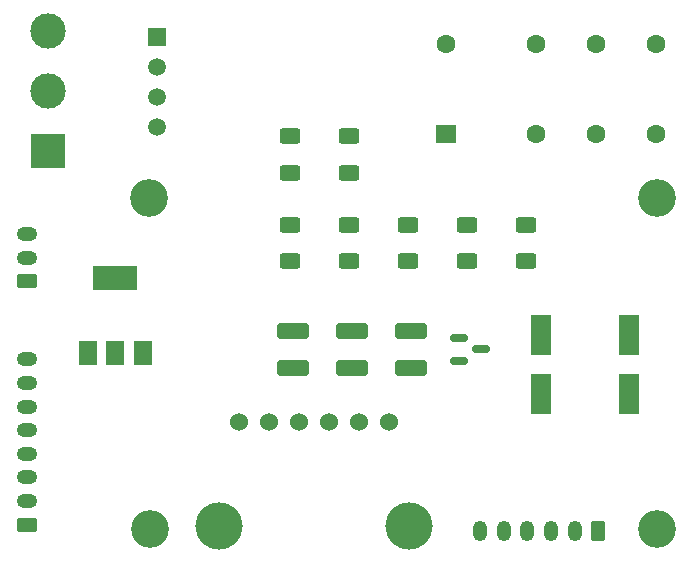
<source format=gbr>
%TF.GenerationSoftware,KiCad,Pcbnew,(6.99.0-3325-gcb6b2da55f)*%
%TF.CreationDate,2023-05-02T13:50:11+02:00*%
%TF.ProjectId,ac-control,61632d63-6f6e-4747-926f-6c2e6b696361,V1.0.0*%
%TF.SameCoordinates,Original*%
%TF.FileFunction,Soldermask,Bot*%
%TF.FilePolarity,Negative*%
%FSLAX46Y46*%
G04 Gerber Fmt 4.6, Leading zero omitted, Abs format (unit mm)*
G04 Created by KiCad (PCBNEW (6.99.0-3325-gcb6b2da55f)) date 2023-05-02 13:50:11*
%MOMM*%
%LPD*%
G01*
G04 APERTURE LIST*
G04 Aperture macros list*
%AMRoundRect*
0 Rectangle with rounded corners*
0 $1 Rounding radius*
0 $2 $3 $4 $5 $6 $7 $8 $9 X,Y pos of 4 corners*
0 Add a 4 corners polygon primitive as box body*
4,1,4,$2,$3,$4,$5,$6,$7,$8,$9,$2,$3,0*
0 Add four circle primitives for the rounded corners*
1,1,$1+$1,$2,$3*
1,1,$1+$1,$4,$5*
1,1,$1+$1,$6,$7*
1,1,$1+$1,$8,$9*
0 Add four rect primitives between the rounded corners*
20,1,$1+$1,$2,$3,$4,$5,0*
20,1,$1+$1,$4,$5,$6,$7,0*
20,1,$1+$1,$6,$7,$8,$9,0*
20,1,$1+$1,$8,$9,$2,$3,0*%
G04 Aperture macros list end*
%ADD10C,3.200000*%
%ADD11RoundRect,0.250000X0.350000X0.625000X-0.350000X0.625000X-0.350000X-0.625000X0.350000X-0.625000X0*%
%ADD12O,1.200000X1.750000*%
%ADD13RoundRect,0.250000X0.625000X-0.350000X0.625000X0.350000X-0.625000X0.350000X-0.625000X-0.350000X0*%
%ADD14O,1.750000X1.200000*%
%ADD15R,3.000000X3.000000*%
%ADD16C,3.000000*%
%ADD17C,4.000000*%
%ADD18C,1.524000*%
%ADD19RoundRect,0.250000X1.100000X-0.412500X1.100000X0.412500X-1.100000X0.412500X-1.100000X-0.412500X0*%
%ADD20R,1.500000X2.000000*%
%ADD21R,3.800000X2.000000*%
%ADD22C,1.600000*%
%ADD23R,1.800000X1.600000*%
%ADD24RoundRect,0.250000X-1.100000X0.412500X-1.100000X-0.412500X1.100000X-0.412500X1.100000X0.412500X0*%
%ADD25R,1.800000X3.500000*%
%ADD26R,1.500000X1.500000*%
%ADD27C,1.500000*%
%ADD28RoundRect,0.250000X0.625000X-0.400000X0.625000X0.400000X-0.625000X0.400000X-0.625000X-0.400000X0*%
%ADD29RoundRect,0.150000X-0.587500X-0.150000X0.587500X-0.150000X0.587500X0.150000X-0.587500X0.150000X0*%
%ADD30RoundRect,0.250000X-0.625000X0.400000X-0.625000X-0.400000X0.625000X-0.400000X0.625000X0.400000X0*%
G04 APERTURE END LIST*
D10*
%TO.C,E-Ink Screen*%
X105359200Y-100685600D03*
X105410000Y-128676400D03*
X148386800Y-100685600D03*
X148386800Y-128727200D03*
%TD*%
D11*
%TO.C,J4*%
X143379200Y-128879600D03*
D12*
X141379199Y-128879599D03*
X139379199Y-128879599D03*
X137379199Y-128879599D03*
X135379199Y-128879599D03*
X133379199Y-128879599D03*
%TD*%
D13*
%TO.C,J2*%
X94996000Y-107746800D03*
D14*
X94995999Y-105746799D03*
X94995999Y-103746799D03*
%TD*%
D15*
%TO.C,J5*%
X96799399Y-96723199D03*
D16*
X96799400Y-91643200D03*
X96799400Y-86563200D03*
%TD*%
D14*
%TO.C,J1*%
X95004799Y-114346199D03*
X95004799Y-116346199D03*
X95004799Y-118346199D03*
X95004799Y-120346199D03*
X95004799Y-122346199D03*
X95004799Y-124346199D03*
X95004799Y-126346199D03*
D13*
X95004800Y-128346200D03*
%TD*%
D17*
%TO.C,J3*%
X111269200Y-128454000D03*
X127379200Y-128434000D03*
D18*
X125669200Y-119684000D03*
X123129200Y-119684000D03*
X120589200Y-119684000D03*
X118049200Y-119674000D03*
X115509200Y-119674000D03*
X112969200Y-119674000D03*
%TD*%
D19*
%TO.C,C3*%
X117500000Y-115062500D03*
X117500000Y-111937500D03*
%TD*%
D20*
%TO.C,U3*%
X104799999Y-113799999D03*
X102499999Y-113799999D03*
D21*
X102499999Y-107499999D03*
D20*
X100199999Y-113799999D03*
%TD*%
D22*
%TO.C,K1*%
X138092500Y-95307500D03*
X143172500Y-95307500D03*
X148252500Y-95307500D03*
X138092500Y-87687500D03*
X143172500Y-87687500D03*
X148252500Y-87687500D03*
D23*
X130472499Y-95307499D03*
D22*
X130472500Y-87687500D03*
%TD*%
D24*
%TO.C,C1*%
X127500000Y-111937500D03*
X127500000Y-115062500D03*
%TD*%
D25*
%TO.C,D1*%
X145999999Y-117249999D03*
X145999999Y-112249999D03*
%TD*%
D26*
%TO.C,U1*%
X106015499Y-87016299D03*
D27*
X106015500Y-89556300D03*
X106015500Y-92096300D03*
X106015500Y-94636300D03*
%TD*%
D19*
%TO.C,C2*%
X122500000Y-115062500D03*
X122500000Y-111937500D03*
%TD*%
D28*
%TO.C,R2*%
X132250000Y-106050000D03*
X132250000Y-102950000D03*
%TD*%
%TO.C,R3*%
X127250000Y-106050000D03*
X127250000Y-102950000D03*
%TD*%
D29*
%TO.C,Q1*%
X131562500Y-114450000D03*
X131562500Y-112550000D03*
X133437500Y-113500000D03*
%TD*%
D28*
%TO.C,R1*%
X137250000Y-106050000D03*
X137250000Y-102950000D03*
%TD*%
%TO.C,R6*%
X122250000Y-95450000D03*
X122250000Y-98550000D03*
%TD*%
D25*
%TO.C,D2*%
X138499999Y-117249999D03*
X138499999Y-112249999D03*
%TD*%
D30*
%TO.C,R7*%
X117250000Y-98550000D03*
X117250000Y-95450000D03*
%TD*%
D28*
%TO.C,R4*%
X122250000Y-102950000D03*
X122250000Y-106050000D03*
%TD*%
%TO.C,R5*%
X117250000Y-102950000D03*
X117250000Y-106050000D03*
%TD*%
M02*

</source>
